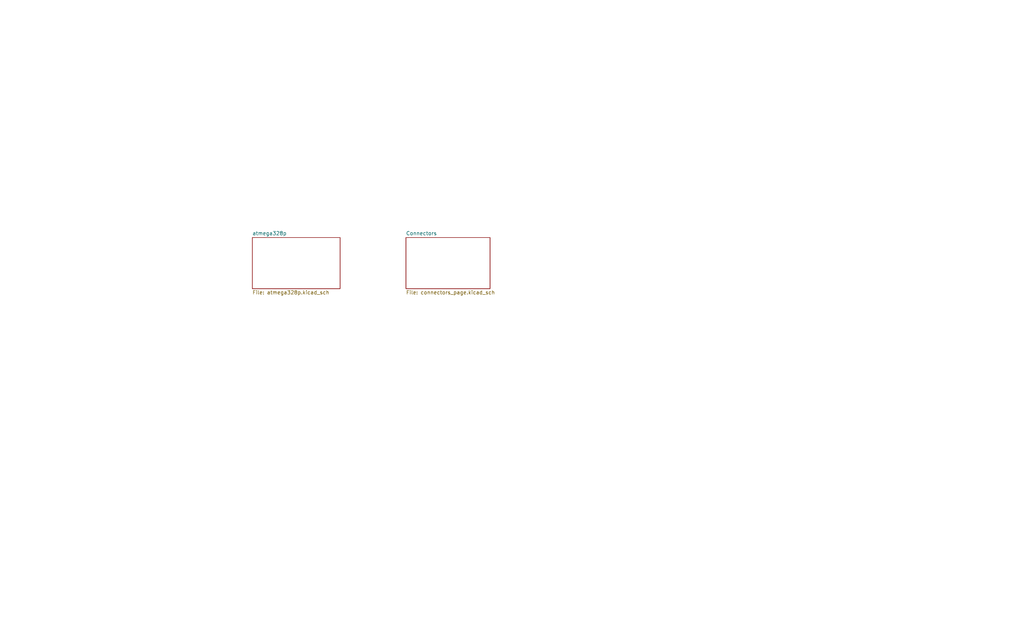
<source format=kicad_sch>
(kicad_sch (version 20230121) (generator eeschema)
  (paper "USLegal")
  (title_block (title "Arduino Waveshare 7.3F e-paper Dislay") (date "2024-01-08") (rev "V02") (comment 2 "creativecommons.org/licenses/by/4.0") (comment 3 "License: CC BY 4.0") (comment 4 "Author: Robert Gorsegner"))
  (lib_symbols)
  (sheet (at 140.97 82.55) (size 29.21 17.78) (stroke (width 0.1524))
    (property "Sheetname" "Connectors" (at 140.97 81.8384 0) (effects (justify left bottom)))
    (property "Sheetfile" "connectors_page.kicad_sch" (at 140.97 100.9146 0) (effects (justify left top)))
  )
  (sheet (at 87.63 82.55) (size 30.48 17.78) (stroke (width 0.1524))
    (property "Sheetname" "atmega328p" (at 87.63 81.8384 0) (effects (justify left bottom)))
    (property "Sheetfile" "atmega328p.kicad_sch" (at 87.63 100.9146 0) (effects (justify left top)))
  )
)
</source>
